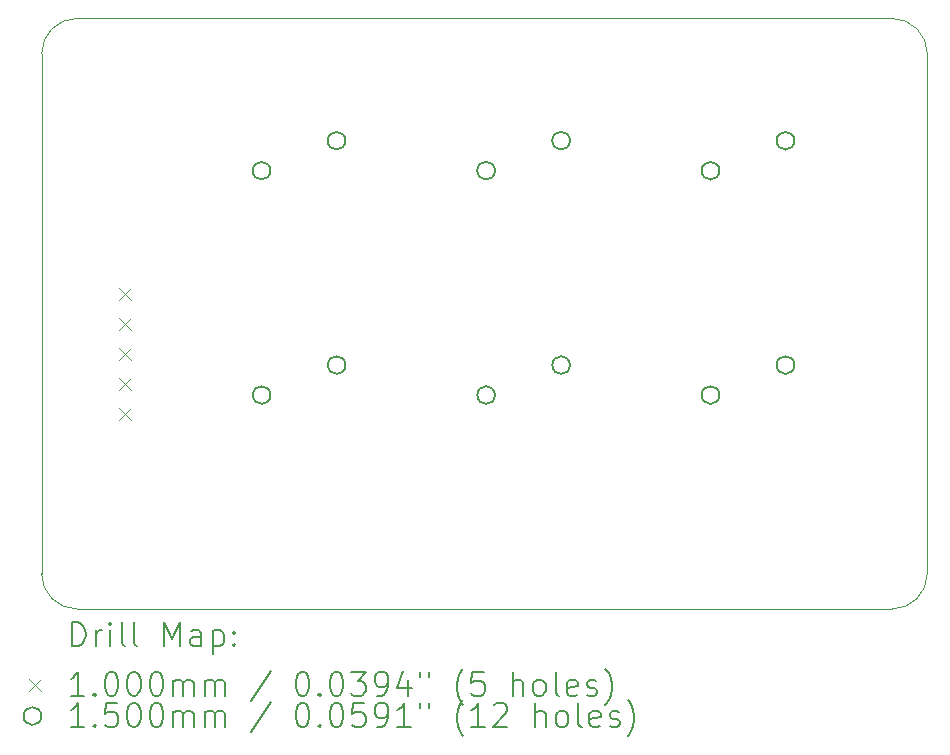
<source format=gbr>
%TF.GenerationSoftware,KiCad,Pcbnew,8.0.0*%
%TF.CreationDate,2024-03-12T01:41:39-04:00*%
%TF.ProjectId,mediaKeeb_V1,6d656469-614b-4656-9562-5f56312e6b69,rev?*%
%TF.SameCoordinates,Original*%
%TF.FileFunction,Drillmap*%
%TF.FilePolarity,Positive*%
%FSLAX45Y45*%
G04 Gerber Fmt 4.5, Leading zero omitted, Abs format (unit mm)*
G04 Created by KiCad (PCBNEW 8.0.0) date 2024-03-12 01:41:39*
%MOMM*%
%LPD*%
G01*
G04 APERTURE LIST*
%ADD10C,0.050000*%
%ADD11C,0.200000*%
%ADD12C,0.100000*%
%ADD13C,0.150000*%
G04 APERTURE END LIST*
D10*
X9700000Y-5000000D02*
X9700000Y-9400000D01*
X17200000Y-5000000D02*
X17200000Y-9400000D01*
X10000000Y-9700000D02*
G75*
G02*
X9700000Y-9400000I0J300000D01*
G01*
X17200000Y-9400000D02*
G75*
G02*
X16900000Y-9700000I-300000J0D01*
G01*
X16900000Y-9700000D02*
X10000000Y-9700000D01*
X16900000Y-4700000D02*
G75*
G02*
X17200000Y-5000000I0J-300000D01*
G01*
X10000000Y-4700000D02*
X16900000Y-4700000D01*
X9700000Y-5000000D02*
G75*
G02*
X10000000Y-4700000I300000J0D01*
G01*
D11*
D12*
X10358125Y-6986000D02*
X10458125Y-7086000D01*
X10458125Y-6986000D02*
X10358125Y-7086000D01*
X10358125Y-7240000D02*
X10458125Y-7340000D01*
X10458125Y-7240000D02*
X10358125Y-7340000D01*
X10358125Y-7494000D02*
X10458125Y-7594000D01*
X10458125Y-7494000D02*
X10358125Y-7594000D01*
X10358125Y-7748000D02*
X10458125Y-7848000D01*
X10458125Y-7748000D02*
X10358125Y-7848000D01*
X10358125Y-8002000D02*
X10458125Y-8102000D01*
X10458125Y-8002000D02*
X10358125Y-8102000D01*
D13*
X11638125Y-5989000D02*
G75*
G02*
X11488125Y-5989000I-75000J0D01*
G01*
X11488125Y-5989000D02*
G75*
G02*
X11638125Y-5989000I75000J0D01*
G01*
X11639125Y-7889000D02*
G75*
G02*
X11489125Y-7889000I-75000J0D01*
G01*
X11489125Y-7889000D02*
G75*
G02*
X11639125Y-7889000I75000J0D01*
G01*
X12273125Y-5735000D02*
G75*
G02*
X12123125Y-5735000I-75000J0D01*
G01*
X12123125Y-5735000D02*
G75*
G02*
X12273125Y-5735000I75000J0D01*
G01*
X12274125Y-7635000D02*
G75*
G02*
X12124125Y-7635000I-75000J0D01*
G01*
X12124125Y-7635000D02*
G75*
G02*
X12274125Y-7635000I75000J0D01*
G01*
X13539125Y-5989000D02*
G75*
G02*
X13389125Y-5989000I-75000J0D01*
G01*
X13389125Y-5989000D02*
G75*
G02*
X13539125Y-5989000I75000J0D01*
G01*
X13539125Y-7889000D02*
G75*
G02*
X13389125Y-7889000I-75000J0D01*
G01*
X13389125Y-7889000D02*
G75*
G02*
X13539125Y-7889000I75000J0D01*
G01*
X14174125Y-5735000D02*
G75*
G02*
X14024125Y-5735000I-75000J0D01*
G01*
X14024125Y-5735000D02*
G75*
G02*
X14174125Y-5735000I75000J0D01*
G01*
X14174125Y-7635000D02*
G75*
G02*
X14024125Y-7635000I-75000J0D01*
G01*
X14024125Y-7635000D02*
G75*
G02*
X14174125Y-7635000I75000J0D01*
G01*
X15439125Y-5989000D02*
G75*
G02*
X15289125Y-5989000I-75000J0D01*
G01*
X15289125Y-5989000D02*
G75*
G02*
X15439125Y-5989000I75000J0D01*
G01*
X15439125Y-7889000D02*
G75*
G02*
X15289125Y-7889000I-75000J0D01*
G01*
X15289125Y-7889000D02*
G75*
G02*
X15439125Y-7889000I75000J0D01*
G01*
X16074125Y-5735000D02*
G75*
G02*
X15924125Y-5735000I-75000J0D01*
G01*
X15924125Y-5735000D02*
G75*
G02*
X16074125Y-5735000I75000J0D01*
G01*
X16074125Y-7635000D02*
G75*
G02*
X15924125Y-7635000I-75000J0D01*
G01*
X15924125Y-7635000D02*
G75*
G02*
X16074125Y-7635000I75000J0D01*
G01*
D11*
X9958277Y-10013984D02*
X9958277Y-9813984D01*
X9958277Y-9813984D02*
X10005896Y-9813984D01*
X10005896Y-9813984D02*
X10034467Y-9823508D01*
X10034467Y-9823508D02*
X10053515Y-9842555D01*
X10053515Y-9842555D02*
X10063039Y-9861603D01*
X10063039Y-9861603D02*
X10072563Y-9899698D01*
X10072563Y-9899698D02*
X10072563Y-9928270D01*
X10072563Y-9928270D02*
X10063039Y-9966365D01*
X10063039Y-9966365D02*
X10053515Y-9985412D01*
X10053515Y-9985412D02*
X10034467Y-10004460D01*
X10034467Y-10004460D02*
X10005896Y-10013984D01*
X10005896Y-10013984D02*
X9958277Y-10013984D01*
X10158277Y-10013984D02*
X10158277Y-9880650D01*
X10158277Y-9918746D02*
X10167801Y-9899698D01*
X10167801Y-9899698D02*
X10177324Y-9890174D01*
X10177324Y-9890174D02*
X10196372Y-9880650D01*
X10196372Y-9880650D02*
X10215420Y-9880650D01*
X10282086Y-10013984D02*
X10282086Y-9880650D01*
X10282086Y-9813984D02*
X10272563Y-9823508D01*
X10272563Y-9823508D02*
X10282086Y-9833031D01*
X10282086Y-9833031D02*
X10291610Y-9823508D01*
X10291610Y-9823508D02*
X10282086Y-9813984D01*
X10282086Y-9813984D02*
X10282086Y-9833031D01*
X10405896Y-10013984D02*
X10386848Y-10004460D01*
X10386848Y-10004460D02*
X10377324Y-9985412D01*
X10377324Y-9985412D02*
X10377324Y-9813984D01*
X10510658Y-10013984D02*
X10491610Y-10004460D01*
X10491610Y-10004460D02*
X10482086Y-9985412D01*
X10482086Y-9985412D02*
X10482086Y-9813984D01*
X10739229Y-10013984D02*
X10739229Y-9813984D01*
X10739229Y-9813984D02*
X10805896Y-9956841D01*
X10805896Y-9956841D02*
X10872563Y-9813984D01*
X10872563Y-9813984D02*
X10872563Y-10013984D01*
X11053515Y-10013984D02*
X11053515Y-9909222D01*
X11053515Y-9909222D02*
X11043991Y-9890174D01*
X11043991Y-9890174D02*
X11024944Y-9880650D01*
X11024944Y-9880650D02*
X10986848Y-9880650D01*
X10986848Y-9880650D02*
X10967801Y-9890174D01*
X11053515Y-10004460D02*
X11034467Y-10013984D01*
X11034467Y-10013984D02*
X10986848Y-10013984D01*
X10986848Y-10013984D02*
X10967801Y-10004460D01*
X10967801Y-10004460D02*
X10958277Y-9985412D01*
X10958277Y-9985412D02*
X10958277Y-9966365D01*
X10958277Y-9966365D02*
X10967801Y-9947317D01*
X10967801Y-9947317D02*
X10986848Y-9937793D01*
X10986848Y-9937793D02*
X11034467Y-9937793D01*
X11034467Y-9937793D02*
X11053515Y-9928270D01*
X11148753Y-9880650D02*
X11148753Y-10080650D01*
X11148753Y-9890174D02*
X11167801Y-9880650D01*
X11167801Y-9880650D02*
X11205896Y-9880650D01*
X11205896Y-9880650D02*
X11224943Y-9890174D01*
X11224943Y-9890174D02*
X11234467Y-9899698D01*
X11234467Y-9899698D02*
X11243991Y-9918746D01*
X11243991Y-9918746D02*
X11243991Y-9975889D01*
X11243991Y-9975889D02*
X11234467Y-9994936D01*
X11234467Y-9994936D02*
X11224943Y-10004460D01*
X11224943Y-10004460D02*
X11205896Y-10013984D01*
X11205896Y-10013984D02*
X11167801Y-10013984D01*
X11167801Y-10013984D02*
X11148753Y-10004460D01*
X11329705Y-9994936D02*
X11339229Y-10004460D01*
X11339229Y-10004460D02*
X11329705Y-10013984D01*
X11329705Y-10013984D02*
X11320182Y-10004460D01*
X11320182Y-10004460D02*
X11329705Y-9994936D01*
X11329705Y-9994936D02*
X11329705Y-10013984D01*
X11329705Y-9890174D02*
X11339229Y-9899698D01*
X11339229Y-9899698D02*
X11329705Y-9909222D01*
X11329705Y-9909222D02*
X11320182Y-9899698D01*
X11320182Y-9899698D02*
X11329705Y-9890174D01*
X11329705Y-9890174D02*
X11329705Y-9909222D01*
D12*
X9597500Y-10292500D02*
X9697500Y-10392500D01*
X9697500Y-10292500D02*
X9597500Y-10392500D01*
D11*
X10063039Y-10433984D02*
X9948753Y-10433984D01*
X10005896Y-10433984D02*
X10005896Y-10233984D01*
X10005896Y-10233984D02*
X9986848Y-10262555D01*
X9986848Y-10262555D02*
X9967801Y-10281603D01*
X9967801Y-10281603D02*
X9948753Y-10291127D01*
X10148753Y-10414936D02*
X10158277Y-10424460D01*
X10158277Y-10424460D02*
X10148753Y-10433984D01*
X10148753Y-10433984D02*
X10139229Y-10424460D01*
X10139229Y-10424460D02*
X10148753Y-10414936D01*
X10148753Y-10414936D02*
X10148753Y-10433984D01*
X10282086Y-10233984D02*
X10301134Y-10233984D01*
X10301134Y-10233984D02*
X10320182Y-10243508D01*
X10320182Y-10243508D02*
X10329705Y-10253031D01*
X10329705Y-10253031D02*
X10339229Y-10272079D01*
X10339229Y-10272079D02*
X10348753Y-10310174D01*
X10348753Y-10310174D02*
X10348753Y-10357793D01*
X10348753Y-10357793D02*
X10339229Y-10395889D01*
X10339229Y-10395889D02*
X10329705Y-10414936D01*
X10329705Y-10414936D02*
X10320182Y-10424460D01*
X10320182Y-10424460D02*
X10301134Y-10433984D01*
X10301134Y-10433984D02*
X10282086Y-10433984D01*
X10282086Y-10433984D02*
X10263039Y-10424460D01*
X10263039Y-10424460D02*
X10253515Y-10414936D01*
X10253515Y-10414936D02*
X10243991Y-10395889D01*
X10243991Y-10395889D02*
X10234467Y-10357793D01*
X10234467Y-10357793D02*
X10234467Y-10310174D01*
X10234467Y-10310174D02*
X10243991Y-10272079D01*
X10243991Y-10272079D02*
X10253515Y-10253031D01*
X10253515Y-10253031D02*
X10263039Y-10243508D01*
X10263039Y-10243508D02*
X10282086Y-10233984D01*
X10472563Y-10233984D02*
X10491610Y-10233984D01*
X10491610Y-10233984D02*
X10510658Y-10243508D01*
X10510658Y-10243508D02*
X10520182Y-10253031D01*
X10520182Y-10253031D02*
X10529705Y-10272079D01*
X10529705Y-10272079D02*
X10539229Y-10310174D01*
X10539229Y-10310174D02*
X10539229Y-10357793D01*
X10539229Y-10357793D02*
X10529705Y-10395889D01*
X10529705Y-10395889D02*
X10520182Y-10414936D01*
X10520182Y-10414936D02*
X10510658Y-10424460D01*
X10510658Y-10424460D02*
X10491610Y-10433984D01*
X10491610Y-10433984D02*
X10472563Y-10433984D01*
X10472563Y-10433984D02*
X10453515Y-10424460D01*
X10453515Y-10424460D02*
X10443991Y-10414936D01*
X10443991Y-10414936D02*
X10434467Y-10395889D01*
X10434467Y-10395889D02*
X10424944Y-10357793D01*
X10424944Y-10357793D02*
X10424944Y-10310174D01*
X10424944Y-10310174D02*
X10434467Y-10272079D01*
X10434467Y-10272079D02*
X10443991Y-10253031D01*
X10443991Y-10253031D02*
X10453515Y-10243508D01*
X10453515Y-10243508D02*
X10472563Y-10233984D01*
X10663039Y-10233984D02*
X10682086Y-10233984D01*
X10682086Y-10233984D02*
X10701134Y-10243508D01*
X10701134Y-10243508D02*
X10710658Y-10253031D01*
X10710658Y-10253031D02*
X10720182Y-10272079D01*
X10720182Y-10272079D02*
X10729705Y-10310174D01*
X10729705Y-10310174D02*
X10729705Y-10357793D01*
X10729705Y-10357793D02*
X10720182Y-10395889D01*
X10720182Y-10395889D02*
X10710658Y-10414936D01*
X10710658Y-10414936D02*
X10701134Y-10424460D01*
X10701134Y-10424460D02*
X10682086Y-10433984D01*
X10682086Y-10433984D02*
X10663039Y-10433984D01*
X10663039Y-10433984D02*
X10643991Y-10424460D01*
X10643991Y-10424460D02*
X10634467Y-10414936D01*
X10634467Y-10414936D02*
X10624944Y-10395889D01*
X10624944Y-10395889D02*
X10615420Y-10357793D01*
X10615420Y-10357793D02*
X10615420Y-10310174D01*
X10615420Y-10310174D02*
X10624944Y-10272079D01*
X10624944Y-10272079D02*
X10634467Y-10253031D01*
X10634467Y-10253031D02*
X10643991Y-10243508D01*
X10643991Y-10243508D02*
X10663039Y-10233984D01*
X10815420Y-10433984D02*
X10815420Y-10300650D01*
X10815420Y-10319698D02*
X10824944Y-10310174D01*
X10824944Y-10310174D02*
X10843991Y-10300650D01*
X10843991Y-10300650D02*
X10872563Y-10300650D01*
X10872563Y-10300650D02*
X10891610Y-10310174D01*
X10891610Y-10310174D02*
X10901134Y-10329222D01*
X10901134Y-10329222D02*
X10901134Y-10433984D01*
X10901134Y-10329222D02*
X10910658Y-10310174D01*
X10910658Y-10310174D02*
X10929705Y-10300650D01*
X10929705Y-10300650D02*
X10958277Y-10300650D01*
X10958277Y-10300650D02*
X10977325Y-10310174D01*
X10977325Y-10310174D02*
X10986848Y-10329222D01*
X10986848Y-10329222D02*
X10986848Y-10433984D01*
X11082086Y-10433984D02*
X11082086Y-10300650D01*
X11082086Y-10319698D02*
X11091610Y-10310174D01*
X11091610Y-10310174D02*
X11110658Y-10300650D01*
X11110658Y-10300650D02*
X11139229Y-10300650D01*
X11139229Y-10300650D02*
X11158277Y-10310174D01*
X11158277Y-10310174D02*
X11167801Y-10329222D01*
X11167801Y-10329222D02*
X11167801Y-10433984D01*
X11167801Y-10329222D02*
X11177325Y-10310174D01*
X11177325Y-10310174D02*
X11196372Y-10300650D01*
X11196372Y-10300650D02*
X11224943Y-10300650D01*
X11224943Y-10300650D02*
X11243991Y-10310174D01*
X11243991Y-10310174D02*
X11253515Y-10329222D01*
X11253515Y-10329222D02*
X11253515Y-10433984D01*
X11643991Y-10224460D02*
X11472563Y-10481603D01*
X11901134Y-10233984D02*
X11920182Y-10233984D01*
X11920182Y-10233984D02*
X11939229Y-10243508D01*
X11939229Y-10243508D02*
X11948753Y-10253031D01*
X11948753Y-10253031D02*
X11958277Y-10272079D01*
X11958277Y-10272079D02*
X11967801Y-10310174D01*
X11967801Y-10310174D02*
X11967801Y-10357793D01*
X11967801Y-10357793D02*
X11958277Y-10395889D01*
X11958277Y-10395889D02*
X11948753Y-10414936D01*
X11948753Y-10414936D02*
X11939229Y-10424460D01*
X11939229Y-10424460D02*
X11920182Y-10433984D01*
X11920182Y-10433984D02*
X11901134Y-10433984D01*
X11901134Y-10433984D02*
X11882086Y-10424460D01*
X11882086Y-10424460D02*
X11872563Y-10414936D01*
X11872563Y-10414936D02*
X11863039Y-10395889D01*
X11863039Y-10395889D02*
X11853515Y-10357793D01*
X11853515Y-10357793D02*
X11853515Y-10310174D01*
X11853515Y-10310174D02*
X11863039Y-10272079D01*
X11863039Y-10272079D02*
X11872563Y-10253031D01*
X11872563Y-10253031D02*
X11882086Y-10243508D01*
X11882086Y-10243508D02*
X11901134Y-10233984D01*
X12053515Y-10414936D02*
X12063039Y-10424460D01*
X12063039Y-10424460D02*
X12053515Y-10433984D01*
X12053515Y-10433984D02*
X12043991Y-10424460D01*
X12043991Y-10424460D02*
X12053515Y-10414936D01*
X12053515Y-10414936D02*
X12053515Y-10433984D01*
X12186848Y-10233984D02*
X12205896Y-10233984D01*
X12205896Y-10233984D02*
X12224944Y-10243508D01*
X12224944Y-10243508D02*
X12234467Y-10253031D01*
X12234467Y-10253031D02*
X12243991Y-10272079D01*
X12243991Y-10272079D02*
X12253515Y-10310174D01*
X12253515Y-10310174D02*
X12253515Y-10357793D01*
X12253515Y-10357793D02*
X12243991Y-10395889D01*
X12243991Y-10395889D02*
X12234467Y-10414936D01*
X12234467Y-10414936D02*
X12224944Y-10424460D01*
X12224944Y-10424460D02*
X12205896Y-10433984D01*
X12205896Y-10433984D02*
X12186848Y-10433984D01*
X12186848Y-10433984D02*
X12167801Y-10424460D01*
X12167801Y-10424460D02*
X12158277Y-10414936D01*
X12158277Y-10414936D02*
X12148753Y-10395889D01*
X12148753Y-10395889D02*
X12139229Y-10357793D01*
X12139229Y-10357793D02*
X12139229Y-10310174D01*
X12139229Y-10310174D02*
X12148753Y-10272079D01*
X12148753Y-10272079D02*
X12158277Y-10253031D01*
X12158277Y-10253031D02*
X12167801Y-10243508D01*
X12167801Y-10243508D02*
X12186848Y-10233984D01*
X12320182Y-10233984D02*
X12443991Y-10233984D01*
X12443991Y-10233984D02*
X12377325Y-10310174D01*
X12377325Y-10310174D02*
X12405896Y-10310174D01*
X12405896Y-10310174D02*
X12424944Y-10319698D01*
X12424944Y-10319698D02*
X12434467Y-10329222D01*
X12434467Y-10329222D02*
X12443991Y-10348270D01*
X12443991Y-10348270D02*
X12443991Y-10395889D01*
X12443991Y-10395889D02*
X12434467Y-10414936D01*
X12434467Y-10414936D02*
X12424944Y-10424460D01*
X12424944Y-10424460D02*
X12405896Y-10433984D01*
X12405896Y-10433984D02*
X12348753Y-10433984D01*
X12348753Y-10433984D02*
X12329706Y-10424460D01*
X12329706Y-10424460D02*
X12320182Y-10414936D01*
X12539229Y-10433984D02*
X12577325Y-10433984D01*
X12577325Y-10433984D02*
X12596372Y-10424460D01*
X12596372Y-10424460D02*
X12605896Y-10414936D01*
X12605896Y-10414936D02*
X12624944Y-10386365D01*
X12624944Y-10386365D02*
X12634467Y-10348270D01*
X12634467Y-10348270D02*
X12634467Y-10272079D01*
X12634467Y-10272079D02*
X12624944Y-10253031D01*
X12624944Y-10253031D02*
X12615420Y-10243508D01*
X12615420Y-10243508D02*
X12596372Y-10233984D01*
X12596372Y-10233984D02*
X12558277Y-10233984D01*
X12558277Y-10233984D02*
X12539229Y-10243508D01*
X12539229Y-10243508D02*
X12529706Y-10253031D01*
X12529706Y-10253031D02*
X12520182Y-10272079D01*
X12520182Y-10272079D02*
X12520182Y-10319698D01*
X12520182Y-10319698D02*
X12529706Y-10338746D01*
X12529706Y-10338746D02*
X12539229Y-10348270D01*
X12539229Y-10348270D02*
X12558277Y-10357793D01*
X12558277Y-10357793D02*
X12596372Y-10357793D01*
X12596372Y-10357793D02*
X12615420Y-10348270D01*
X12615420Y-10348270D02*
X12624944Y-10338746D01*
X12624944Y-10338746D02*
X12634467Y-10319698D01*
X12805896Y-10300650D02*
X12805896Y-10433984D01*
X12758277Y-10224460D02*
X12710658Y-10367317D01*
X12710658Y-10367317D02*
X12834467Y-10367317D01*
X12901134Y-10233984D02*
X12901134Y-10272079D01*
X12977325Y-10233984D02*
X12977325Y-10272079D01*
X13272563Y-10510174D02*
X13263039Y-10500650D01*
X13263039Y-10500650D02*
X13243991Y-10472079D01*
X13243991Y-10472079D02*
X13234468Y-10453031D01*
X13234468Y-10453031D02*
X13224944Y-10424460D01*
X13224944Y-10424460D02*
X13215420Y-10376841D01*
X13215420Y-10376841D02*
X13215420Y-10338746D01*
X13215420Y-10338746D02*
X13224944Y-10291127D01*
X13224944Y-10291127D02*
X13234468Y-10262555D01*
X13234468Y-10262555D02*
X13243991Y-10243508D01*
X13243991Y-10243508D02*
X13263039Y-10214936D01*
X13263039Y-10214936D02*
X13272563Y-10205412D01*
X13443991Y-10233984D02*
X13348753Y-10233984D01*
X13348753Y-10233984D02*
X13339229Y-10329222D01*
X13339229Y-10329222D02*
X13348753Y-10319698D01*
X13348753Y-10319698D02*
X13367801Y-10310174D01*
X13367801Y-10310174D02*
X13415420Y-10310174D01*
X13415420Y-10310174D02*
X13434468Y-10319698D01*
X13434468Y-10319698D02*
X13443991Y-10329222D01*
X13443991Y-10329222D02*
X13453515Y-10348270D01*
X13453515Y-10348270D02*
X13453515Y-10395889D01*
X13453515Y-10395889D02*
X13443991Y-10414936D01*
X13443991Y-10414936D02*
X13434468Y-10424460D01*
X13434468Y-10424460D02*
X13415420Y-10433984D01*
X13415420Y-10433984D02*
X13367801Y-10433984D01*
X13367801Y-10433984D02*
X13348753Y-10424460D01*
X13348753Y-10424460D02*
X13339229Y-10414936D01*
X13691610Y-10433984D02*
X13691610Y-10233984D01*
X13777325Y-10433984D02*
X13777325Y-10329222D01*
X13777325Y-10329222D02*
X13767801Y-10310174D01*
X13767801Y-10310174D02*
X13748753Y-10300650D01*
X13748753Y-10300650D02*
X13720182Y-10300650D01*
X13720182Y-10300650D02*
X13701134Y-10310174D01*
X13701134Y-10310174D02*
X13691610Y-10319698D01*
X13901134Y-10433984D02*
X13882087Y-10424460D01*
X13882087Y-10424460D02*
X13872563Y-10414936D01*
X13872563Y-10414936D02*
X13863039Y-10395889D01*
X13863039Y-10395889D02*
X13863039Y-10338746D01*
X13863039Y-10338746D02*
X13872563Y-10319698D01*
X13872563Y-10319698D02*
X13882087Y-10310174D01*
X13882087Y-10310174D02*
X13901134Y-10300650D01*
X13901134Y-10300650D02*
X13929706Y-10300650D01*
X13929706Y-10300650D02*
X13948753Y-10310174D01*
X13948753Y-10310174D02*
X13958277Y-10319698D01*
X13958277Y-10319698D02*
X13967801Y-10338746D01*
X13967801Y-10338746D02*
X13967801Y-10395889D01*
X13967801Y-10395889D02*
X13958277Y-10414936D01*
X13958277Y-10414936D02*
X13948753Y-10424460D01*
X13948753Y-10424460D02*
X13929706Y-10433984D01*
X13929706Y-10433984D02*
X13901134Y-10433984D01*
X14082087Y-10433984D02*
X14063039Y-10424460D01*
X14063039Y-10424460D02*
X14053515Y-10405412D01*
X14053515Y-10405412D02*
X14053515Y-10233984D01*
X14234468Y-10424460D02*
X14215420Y-10433984D01*
X14215420Y-10433984D02*
X14177325Y-10433984D01*
X14177325Y-10433984D02*
X14158277Y-10424460D01*
X14158277Y-10424460D02*
X14148753Y-10405412D01*
X14148753Y-10405412D02*
X14148753Y-10329222D01*
X14148753Y-10329222D02*
X14158277Y-10310174D01*
X14158277Y-10310174D02*
X14177325Y-10300650D01*
X14177325Y-10300650D02*
X14215420Y-10300650D01*
X14215420Y-10300650D02*
X14234468Y-10310174D01*
X14234468Y-10310174D02*
X14243991Y-10329222D01*
X14243991Y-10329222D02*
X14243991Y-10348270D01*
X14243991Y-10348270D02*
X14148753Y-10367317D01*
X14320182Y-10424460D02*
X14339230Y-10433984D01*
X14339230Y-10433984D02*
X14377325Y-10433984D01*
X14377325Y-10433984D02*
X14396372Y-10424460D01*
X14396372Y-10424460D02*
X14405896Y-10405412D01*
X14405896Y-10405412D02*
X14405896Y-10395889D01*
X14405896Y-10395889D02*
X14396372Y-10376841D01*
X14396372Y-10376841D02*
X14377325Y-10367317D01*
X14377325Y-10367317D02*
X14348753Y-10367317D01*
X14348753Y-10367317D02*
X14329706Y-10357793D01*
X14329706Y-10357793D02*
X14320182Y-10338746D01*
X14320182Y-10338746D02*
X14320182Y-10329222D01*
X14320182Y-10329222D02*
X14329706Y-10310174D01*
X14329706Y-10310174D02*
X14348753Y-10300650D01*
X14348753Y-10300650D02*
X14377325Y-10300650D01*
X14377325Y-10300650D02*
X14396372Y-10310174D01*
X14472563Y-10510174D02*
X14482087Y-10500650D01*
X14482087Y-10500650D02*
X14501134Y-10472079D01*
X14501134Y-10472079D02*
X14510658Y-10453031D01*
X14510658Y-10453031D02*
X14520182Y-10424460D01*
X14520182Y-10424460D02*
X14529706Y-10376841D01*
X14529706Y-10376841D02*
X14529706Y-10338746D01*
X14529706Y-10338746D02*
X14520182Y-10291127D01*
X14520182Y-10291127D02*
X14510658Y-10262555D01*
X14510658Y-10262555D02*
X14501134Y-10243508D01*
X14501134Y-10243508D02*
X14482087Y-10214936D01*
X14482087Y-10214936D02*
X14472563Y-10205412D01*
D13*
X9697500Y-10606500D02*
G75*
G02*
X9547500Y-10606500I-75000J0D01*
G01*
X9547500Y-10606500D02*
G75*
G02*
X9697500Y-10606500I75000J0D01*
G01*
D11*
X10063039Y-10697984D02*
X9948753Y-10697984D01*
X10005896Y-10697984D02*
X10005896Y-10497984D01*
X10005896Y-10497984D02*
X9986848Y-10526555D01*
X9986848Y-10526555D02*
X9967801Y-10545603D01*
X9967801Y-10545603D02*
X9948753Y-10555127D01*
X10148753Y-10678936D02*
X10158277Y-10688460D01*
X10158277Y-10688460D02*
X10148753Y-10697984D01*
X10148753Y-10697984D02*
X10139229Y-10688460D01*
X10139229Y-10688460D02*
X10148753Y-10678936D01*
X10148753Y-10678936D02*
X10148753Y-10697984D01*
X10339229Y-10497984D02*
X10243991Y-10497984D01*
X10243991Y-10497984D02*
X10234467Y-10593222D01*
X10234467Y-10593222D02*
X10243991Y-10583698D01*
X10243991Y-10583698D02*
X10263039Y-10574174D01*
X10263039Y-10574174D02*
X10310658Y-10574174D01*
X10310658Y-10574174D02*
X10329705Y-10583698D01*
X10329705Y-10583698D02*
X10339229Y-10593222D01*
X10339229Y-10593222D02*
X10348753Y-10612270D01*
X10348753Y-10612270D02*
X10348753Y-10659889D01*
X10348753Y-10659889D02*
X10339229Y-10678936D01*
X10339229Y-10678936D02*
X10329705Y-10688460D01*
X10329705Y-10688460D02*
X10310658Y-10697984D01*
X10310658Y-10697984D02*
X10263039Y-10697984D01*
X10263039Y-10697984D02*
X10243991Y-10688460D01*
X10243991Y-10688460D02*
X10234467Y-10678936D01*
X10472563Y-10497984D02*
X10491610Y-10497984D01*
X10491610Y-10497984D02*
X10510658Y-10507508D01*
X10510658Y-10507508D02*
X10520182Y-10517031D01*
X10520182Y-10517031D02*
X10529705Y-10536079D01*
X10529705Y-10536079D02*
X10539229Y-10574174D01*
X10539229Y-10574174D02*
X10539229Y-10621793D01*
X10539229Y-10621793D02*
X10529705Y-10659889D01*
X10529705Y-10659889D02*
X10520182Y-10678936D01*
X10520182Y-10678936D02*
X10510658Y-10688460D01*
X10510658Y-10688460D02*
X10491610Y-10697984D01*
X10491610Y-10697984D02*
X10472563Y-10697984D01*
X10472563Y-10697984D02*
X10453515Y-10688460D01*
X10453515Y-10688460D02*
X10443991Y-10678936D01*
X10443991Y-10678936D02*
X10434467Y-10659889D01*
X10434467Y-10659889D02*
X10424944Y-10621793D01*
X10424944Y-10621793D02*
X10424944Y-10574174D01*
X10424944Y-10574174D02*
X10434467Y-10536079D01*
X10434467Y-10536079D02*
X10443991Y-10517031D01*
X10443991Y-10517031D02*
X10453515Y-10507508D01*
X10453515Y-10507508D02*
X10472563Y-10497984D01*
X10663039Y-10497984D02*
X10682086Y-10497984D01*
X10682086Y-10497984D02*
X10701134Y-10507508D01*
X10701134Y-10507508D02*
X10710658Y-10517031D01*
X10710658Y-10517031D02*
X10720182Y-10536079D01*
X10720182Y-10536079D02*
X10729705Y-10574174D01*
X10729705Y-10574174D02*
X10729705Y-10621793D01*
X10729705Y-10621793D02*
X10720182Y-10659889D01*
X10720182Y-10659889D02*
X10710658Y-10678936D01*
X10710658Y-10678936D02*
X10701134Y-10688460D01*
X10701134Y-10688460D02*
X10682086Y-10697984D01*
X10682086Y-10697984D02*
X10663039Y-10697984D01*
X10663039Y-10697984D02*
X10643991Y-10688460D01*
X10643991Y-10688460D02*
X10634467Y-10678936D01*
X10634467Y-10678936D02*
X10624944Y-10659889D01*
X10624944Y-10659889D02*
X10615420Y-10621793D01*
X10615420Y-10621793D02*
X10615420Y-10574174D01*
X10615420Y-10574174D02*
X10624944Y-10536079D01*
X10624944Y-10536079D02*
X10634467Y-10517031D01*
X10634467Y-10517031D02*
X10643991Y-10507508D01*
X10643991Y-10507508D02*
X10663039Y-10497984D01*
X10815420Y-10697984D02*
X10815420Y-10564650D01*
X10815420Y-10583698D02*
X10824944Y-10574174D01*
X10824944Y-10574174D02*
X10843991Y-10564650D01*
X10843991Y-10564650D02*
X10872563Y-10564650D01*
X10872563Y-10564650D02*
X10891610Y-10574174D01*
X10891610Y-10574174D02*
X10901134Y-10593222D01*
X10901134Y-10593222D02*
X10901134Y-10697984D01*
X10901134Y-10593222D02*
X10910658Y-10574174D01*
X10910658Y-10574174D02*
X10929705Y-10564650D01*
X10929705Y-10564650D02*
X10958277Y-10564650D01*
X10958277Y-10564650D02*
X10977325Y-10574174D01*
X10977325Y-10574174D02*
X10986848Y-10593222D01*
X10986848Y-10593222D02*
X10986848Y-10697984D01*
X11082086Y-10697984D02*
X11082086Y-10564650D01*
X11082086Y-10583698D02*
X11091610Y-10574174D01*
X11091610Y-10574174D02*
X11110658Y-10564650D01*
X11110658Y-10564650D02*
X11139229Y-10564650D01*
X11139229Y-10564650D02*
X11158277Y-10574174D01*
X11158277Y-10574174D02*
X11167801Y-10593222D01*
X11167801Y-10593222D02*
X11167801Y-10697984D01*
X11167801Y-10593222D02*
X11177325Y-10574174D01*
X11177325Y-10574174D02*
X11196372Y-10564650D01*
X11196372Y-10564650D02*
X11224943Y-10564650D01*
X11224943Y-10564650D02*
X11243991Y-10574174D01*
X11243991Y-10574174D02*
X11253515Y-10593222D01*
X11253515Y-10593222D02*
X11253515Y-10697984D01*
X11643991Y-10488460D02*
X11472563Y-10745603D01*
X11901134Y-10497984D02*
X11920182Y-10497984D01*
X11920182Y-10497984D02*
X11939229Y-10507508D01*
X11939229Y-10507508D02*
X11948753Y-10517031D01*
X11948753Y-10517031D02*
X11958277Y-10536079D01*
X11958277Y-10536079D02*
X11967801Y-10574174D01*
X11967801Y-10574174D02*
X11967801Y-10621793D01*
X11967801Y-10621793D02*
X11958277Y-10659889D01*
X11958277Y-10659889D02*
X11948753Y-10678936D01*
X11948753Y-10678936D02*
X11939229Y-10688460D01*
X11939229Y-10688460D02*
X11920182Y-10697984D01*
X11920182Y-10697984D02*
X11901134Y-10697984D01*
X11901134Y-10697984D02*
X11882086Y-10688460D01*
X11882086Y-10688460D02*
X11872563Y-10678936D01*
X11872563Y-10678936D02*
X11863039Y-10659889D01*
X11863039Y-10659889D02*
X11853515Y-10621793D01*
X11853515Y-10621793D02*
X11853515Y-10574174D01*
X11853515Y-10574174D02*
X11863039Y-10536079D01*
X11863039Y-10536079D02*
X11872563Y-10517031D01*
X11872563Y-10517031D02*
X11882086Y-10507508D01*
X11882086Y-10507508D02*
X11901134Y-10497984D01*
X12053515Y-10678936D02*
X12063039Y-10688460D01*
X12063039Y-10688460D02*
X12053515Y-10697984D01*
X12053515Y-10697984D02*
X12043991Y-10688460D01*
X12043991Y-10688460D02*
X12053515Y-10678936D01*
X12053515Y-10678936D02*
X12053515Y-10697984D01*
X12186848Y-10497984D02*
X12205896Y-10497984D01*
X12205896Y-10497984D02*
X12224944Y-10507508D01*
X12224944Y-10507508D02*
X12234467Y-10517031D01*
X12234467Y-10517031D02*
X12243991Y-10536079D01*
X12243991Y-10536079D02*
X12253515Y-10574174D01*
X12253515Y-10574174D02*
X12253515Y-10621793D01*
X12253515Y-10621793D02*
X12243991Y-10659889D01*
X12243991Y-10659889D02*
X12234467Y-10678936D01*
X12234467Y-10678936D02*
X12224944Y-10688460D01*
X12224944Y-10688460D02*
X12205896Y-10697984D01*
X12205896Y-10697984D02*
X12186848Y-10697984D01*
X12186848Y-10697984D02*
X12167801Y-10688460D01*
X12167801Y-10688460D02*
X12158277Y-10678936D01*
X12158277Y-10678936D02*
X12148753Y-10659889D01*
X12148753Y-10659889D02*
X12139229Y-10621793D01*
X12139229Y-10621793D02*
X12139229Y-10574174D01*
X12139229Y-10574174D02*
X12148753Y-10536079D01*
X12148753Y-10536079D02*
X12158277Y-10517031D01*
X12158277Y-10517031D02*
X12167801Y-10507508D01*
X12167801Y-10507508D02*
X12186848Y-10497984D01*
X12434467Y-10497984D02*
X12339229Y-10497984D01*
X12339229Y-10497984D02*
X12329706Y-10593222D01*
X12329706Y-10593222D02*
X12339229Y-10583698D01*
X12339229Y-10583698D02*
X12358277Y-10574174D01*
X12358277Y-10574174D02*
X12405896Y-10574174D01*
X12405896Y-10574174D02*
X12424944Y-10583698D01*
X12424944Y-10583698D02*
X12434467Y-10593222D01*
X12434467Y-10593222D02*
X12443991Y-10612270D01*
X12443991Y-10612270D02*
X12443991Y-10659889D01*
X12443991Y-10659889D02*
X12434467Y-10678936D01*
X12434467Y-10678936D02*
X12424944Y-10688460D01*
X12424944Y-10688460D02*
X12405896Y-10697984D01*
X12405896Y-10697984D02*
X12358277Y-10697984D01*
X12358277Y-10697984D02*
X12339229Y-10688460D01*
X12339229Y-10688460D02*
X12329706Y-10678936D01*
X12539229Y-10697984D02*
X12577325Y-10697984D01*
X12577325Y-10697984D02*
X12596372Y-10688460D01*
X12596372Y-10688460D02*
X12605896Y-10678936D01*
X12605896Y-10678936D02*
X12624944Y-10650365D01*
X12624944Y-10650365D02*
X12634467Y-10612270D01*
X12634467Y-10612270D02*
X12634467Y-10536079D01*
X12634467Y-10536079D02*
X12624944Y-10517031D01*
X12624944Y-10517031D02*
X12615420Y-10507508D01*
X12615420Y-10507508D02*
X12596372Y-10497984D01*
X12596372Y-10497984D02*
X12558277Y-10497984D01*
X12558277Y-10497984D02*
X12539229Y-10507508D01*
X12539229Y-10507508D02*
X12529706Y-10517031D01*
X12529706Y-10517031D02*
X12520182Y-10536079D01*
X12520182Y-10536079D02*
X12520182Y-10583698D01*
X12520182Y-10583698D02*
X12529706Y-10602746D01*
X12529706Y-10602746D02*
X12539229Y-10612270D01*
X12539229Y-10612270D02*
X12558277Y-10621793D01*
X12558277Y-10621793D02*
X12596372Y-10621793D01*
X12596372Y-10621793D02*
X12615420Y-10612270D01*
X12615420Y-10612270D02*
X12624944Y-10602746D01*
X12624944Y-10602746D02*
X12634467Y-10583698D01*
X12824944Y-10697984D02*
X12710658Y-10697984D01*
X12767801Y-10697984D02*
X12767801Y-10497984D01*
X12767801Y-10497984D02*
X12748753Y-10526555D01*
X12748753Y-10526555D02*
X12729706Y-10545603D01*
X12729706Y-10545603D02*
X12710658Y-10555127D01*
X12901134Y-10497984D02*
X12901134Y-10536079D01*
X12977325Y-10497984D02*
X12977325Y-10536079D01*
X13272563Y-10774174D02*
X13263039Y-10764650D01*
X13263039Y-10764650D02*
X13243991Y-10736079D01*
X13243991Y-10736079D02*
X13234468Y-10717031D01*
X13234468Y-10717031D02*
X13224944Y-10688460D01*
X13224944Y-10688460D02*
X13215420Y-10640841D01*
X13215420Y-10640841D02*
X13215420Y-10602746D01*
X13215420Y-10602746D02*
X13224944Y-10555127D01*
X13224944Y-10555127D02*
X13234468Y-10526555D01*
X13234468Y-10526555D02*
X13243991Y-10507508D01*
X13243991Y-10507508D02*
X13263039Y-10478936D01*
X13263039Y-10478936D02*
X13272563Y-10469412D01*
X13453515Y-10697984D02*
X13339229Y-10697984D01*
X13396372Y-10697984D02*
X13396372Y-10497984D01*
X13396372Y-10497984D02*
X13377325Y-10526555D01*
X13377325Y-10526555D02*
X13358277Y-10545603D01*
X13358277Y-10545603D02*
X13339229Y-10555127D01*
X13529706Y-10517031D02*
X13539229Y-10507508D01*
X13539229Y-10507508D02*
X13558277Y-10497984D01*
X13558277Y-10497984D02*
X13605896Y-10497984D01*
X13605896Y-10497984D02*
X13624944Y-10507508D01*
X13624944Y-10507508D02*
X13634468Y-10517031D01*
X13634468Y-10517031D02*
X13643991Y-10536079D01*
X13643991Y-10536079D02*
X13643991Y-10555127D01*
X13643991Y-10555127D02*
X13634468Y-10583698D01*
X13634468Y-10583698D02*
X13520182Y-10697984D01*
X13520182Y-10697984D02*
X13643991Y-10697984D01*
X13882087Y-10697984D02*
X13882087Y-10497984D01*
X13967801Y-10697984D02*
X13967801Y-10593222D01*
X13967801Y-10593222D02*
X13958277Y-10574174D01*
X13958277Y-10574174D02*
X13939230Y-10564650D01*
X13939230Y-10564650D02*
X13910658Y-10564650D01*
X13910658Y-10564650D02*
X13891610Y-10574174D01*
X13891610Y-10574174D02*
X13882087Y-10583698D01*
X14091610Y-10697984D02*
X14072563Y-10688460D01*
X14072563Y-10688460D02*
X14063039Y-10678936D01*
X14063039Y-10678936D02*
X14053515Y-10659889D01*
X14053515Y-10659889D02*
X14053515Y-10602746D01*
X14053515Y-10602746D02*
X14063039Y-10583698D01*
X14063039Y-10583698D02*
X14072563Y-10574174D01*
X14072563Y-10574174D02*
X14091610Y-10564650D01*
X14091610Y-10564650D02*
X14120182Y-10564650D01*
X14120182Y-10564650D02*
X14139230Y-10574174D01*
X14139230Y-10574174D02*
X14148753Y-10583698D01*
X14148753Y-10583698D02*
X14158277Y-10602746D01*
X14158277Y-10602746D02*
X14158277Y-10659889D01*
X14158277Y-10659889D02*
X14148753Y-10678936D01*
X14148753Y-10678936D02*
X14139230Y-10688460D01*
X14139230Y-10688460D02*
X14120182Y-10697984D01*
X14120182Y-10697984D02*
X14091610Y-10697984D01*
X14272563Y-10697984D02*
X14253515Y-10688460D01*
X14253515Y-10688460D02*
X14243991Y-10669412D01*
X14243991Y-10669412D02*
X14243991Y-10497984D01*
X14424944Y-10688460D02*
X14405896Y-10697984D01*
X14405896Y-10697984D02*
X14367801Y-10697984D01*
X14367801Y-10697984D02*
X14348753Y-10688460D01*
X14348753Y-10688460D02*
X14339230Y-10669412D01*
X14339230Y-10669412D02*
X14339230Y-10593222D01*
X14339230Y-10593222D02*
X14348753Y-10574174D01*
X14348753Y-10574174D02*
X14367801Y-10564650D01*
X14367801Y-10564650D02*
X14405896Y-10564650D01*
X14405896Y-10564650D02*
X14424944Y-10574174D01*
X14424944Y-10574174D02*
X14434468Y-10593222D01*
X14434468Y-10593222D02*
X14434468Y-10612270D01*
X14434468Y-10612270D02*
X14339230Y-10631317D01*
X14510658Y-10688460D02*
X14529706Y-10697984D01*
X14529706Y-10697984D02*
X14567801Y-10697984D01*
X14567801Y-10697984D02*
X14586849Y-10688460D01*
X14586849Y-10688460D02*
X14596372Y-10669412D01*
X14596372Y-10669412D02*
X14596372Y-10659889D01*
X14596372Y-10659889D02*
X14586849Y-10640841D01*
X14586849Y-10640841D02*
X14567801Y-10631317D01*
X14567801Y-10631317D02*
X14539230Y-10631317D01*
X14539230Y-10631317D02*
X14520182Y-10621793D01*
X14520182Y-10621793D02*
X14510658Y-10602746D01*
X14510658Y-10602746D02*
X14510658Y-10593222D01*
X14510658Y-10593222D02*
X14520182Y-10574174D01*
X14520182Y-10574174D02*
X14539230Y-10564650D01*
X14539230Y-10564650D02*
X14567801Y-10564650D01*
X14567801Y-10564650D02*
X14586849Y-10574174D01*
X14663039Y-10774174D02*
X14672563Y-10764650D01*
X14672563Y-10764650D02*
X14691611Y-10736079D01*
X14691611Y-10736079D02*
X14701134Y-10717031D01*
X14701134Y-10717031D02*
X14710658Y-10688460D01*
X14710658Y-10688460D02*
X14720182Y-10640841D01*
X14720182Y-10640841D02*
X14720182Y-10602746D01*
X14720182Y-10602746D02*
X14710658Y-10555127D01*
X14710658Y-10555127D02*
X14701134Y-10526555D01*
X14701134Y-10526555D02*
X14691611Y-10507508D01*
X14691611Y-10507508D02*
X14672563Y-10478936D01*
X14672563Y-10478936D02*
X14663039Y-10469412D01*
M02*

</source>
